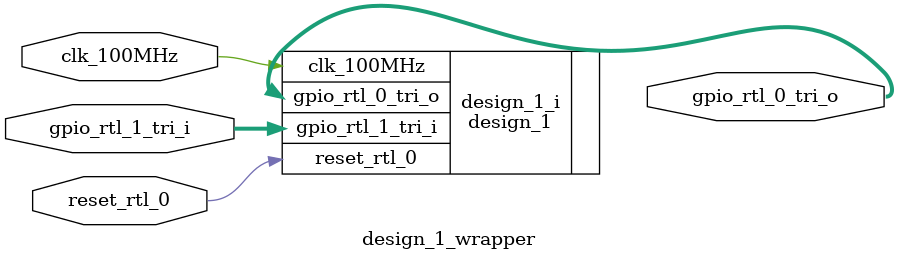
<source format=v>
`timescale 1 ps / 1 ps

module design_1_wrapper
   (clk_100MHz,
    gpio_rtl_0_tri_o,
    gpio_rtl_1_tri_i,
    reset_rtl_0);
  input clk_100MHz;
  output [15:0]gpio_rtl_0_tri_o;
  input [15:0]gpio_rtl_1_tri_i;
  input reset_rtl_0;

  wire clk_100MHz;
  wire [15:0]gpio_rtl_0_tri_o;
  wire [15:0]gpio_rtl_1_tri_i;
  wire reset_rtl_0;

  design_1 design_1_i
       (.clk_100MHz(clk_100MHz),
        .gpio_rtl_0_tri_o(gpio_rtl_0_tri_o),
        .gpio_rtl_1_tri_i(gpio_rtl_1_tri_i),
        .reset_rtl_0(reset_rtl_0));
endmodule

</source>
